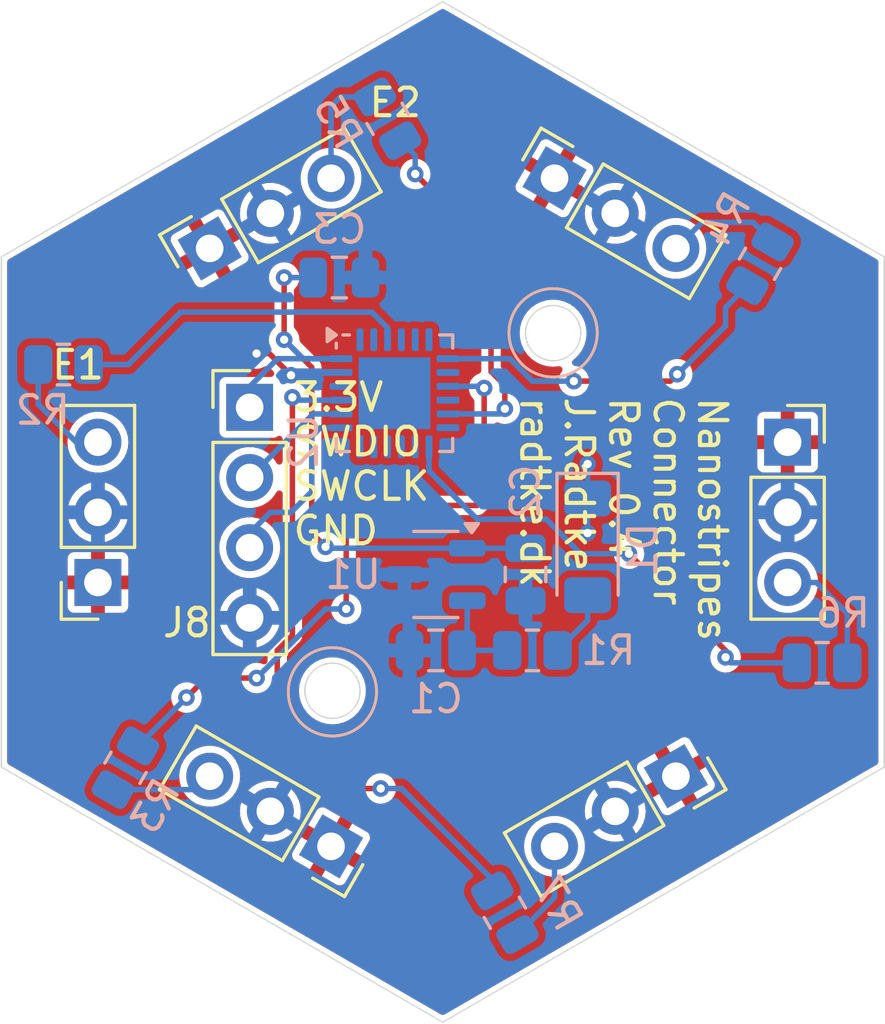
<source format=kicad_pcb>
(kicad_pcb (version 20240108) (generator "pcbnew") (generator_version "8.0")
  (layers (0 "F.Cu" signal) (31 "B.Cu" signal) (34 "B.Paste" user) (35 "F.Paste" user) (36 "B.SilkS" user "B.Silkscreen") (37 "F.SilkS" user "F.Silkscreen") (38 "B.Mask" user) (39 "F.Mask" user) (44 "Edge.Cuts" user))
  (net 0 "")
  (net 1 "GND")
  (net 2 "Net-(U1-IN)")
  (net 3 "+3.3V")
  (net 4 "+42V")
  (net 5 "Net-(D1-A)")
  (net 6 "/Controller/E1")
  (net 7 "/Controller/E2")
  (net 8 "/Controller/E3")
  (net 9 "/Controller/E4")
  (net 10 "/Controller/E5")
  (net 11 "/Controller/E6")
  (net 12 "SWCLK")
  (net 13 "SWDIO")
  (net 14 "Net-(U2-PA04)")
  (net 15 "Net-(U2-PA10)")
  (net 16 "Net-(U2-PA08{slash}XIN)")
  (net 17 "Net-(U2-PA14)")
  (net 18 "Net-(U2-PA16)")
  (net 19 "Net-(U2-PA24)")
  (footprint "Connector_PinHeader_2.54mm:PinHeader_1x04_P2.54mm_Vertical" (layer "F.Cu") (at 59 55.45)
    (property "Reference" "J8" (at -2.275 7.8 0) (layer "F.SilkS"))
    (property "Value" "Conn_01x04_Pin")
    (fp_line (start -1.33 -1.33) (end 0 -1.33) (stroke (width 0.12)) (layer "F.SilkS"))
    (fp_line (start -1.33 0) (end -1.33 -1.33) (stroke (width 0.12)) (layer "F.SilkS"))
    (fp_line (start -1.33 1.27) (end -1.33 8.95) (stroke (width 0.12)) (layer "F.SilkS"))
    (fp_line (start -1.33 1.27) (end 1.33 1.27) (stroke (width 0.12)) (layer "F.SilkS"))
    (fp_line (start -1.33 8.95) (end 1.33 8.95) (stroke (width 0.12)) (layer "F.SilkS"))
    (fp_line (start 1.33 1.27) (end 1.33 8.95) (stroke (width 0.12)) (layer "F.SilkS"))
    (pad "1" thru_hole rect (at 0 0) (size 1.7 1.7) (drill 1) (layers "*.Cu" "*.Mask") (net 3 "+3.3V"))
    (pad "2" thru_hole oval (at 0 2.54) (size 1.7 1.7) (drill 1) (layers "*.Cu" "*.Mask") (net 13 "SWDIO"))
    (pad "3" thru_hole oval (at 0 5.08) (size 1.7 1.7) (drill 1) (layers "*.Cu" "*.Mask") (net 12 "SWCLK"))
    (pad "4" thru_hole oval (at 0 7.62) (size 1.7 1.7) (drill 1) (layers "*.Cu" "*.Mask") (net 1 "GND"))
  )
  (footprint "Connector_PinSocket_2.54mm:PinSocket_1x03_P2.54mm_Vertical" (layer "F.Cu") (at 59.75 48.424682 120)
    (property "Reference" "J2" (hide yes))
    (property "Value" "Input_E2")
    (fp_line (start 1.33 -3.87) (end 1.33 -2.54) (stroke (width 0.12)) (layer "F.SilkS"))
    (fp_line (start 0 -3.87) (end 1.33 -3.87) (stroke (width 0.12)) (layer "F.SilkS"))
    (fp_line (start 1.33 -1.27) (end 1.33 3.87) (stroke (width 0.12)) (layer "F.SilkS"))
    (fp_line (start -1.33 -1.27) (end 1.33 -1.27) (stroke (width 0.12)) (layer "F.SilkS"))
    (fp_line (start -1.33 -1.27) (end -1.33 3.87) (stroke (width 0.12)) (layer "F.SilkS"))
    (fp_line (start -1.33 3.87) (end 1.33 3.87) (stroke (width 0.12)) (layer "F.SilkS"))
    (pad "1" thru_hole rect (at 0 -2.54 120) (size 1.7 1.7) (drill 1) (layers "*.Cu" "*.Mask") (net 4 "+42V"))
    (pad "2" thru_hole oval (at 0 0 120) (size 1.7 1.7) (drill 1) (layers "*.Cu" "*.Mask") (net 1 "GND"))
    (pad "3" thru_hole oval (at 0 2.54 120) (size 1.7 1.7) (drill 1) (layers "*.Cu" "*.Mask") (net 7 "/Controller/E2"))
  )
  (footprint "Connector_PinSocket_2.54mm:PinSocket_1x03_P2.54mm_Vertical" (layer "F.Cu") (at 72.25 48.424682 60)
    (property "Reference" "J3" (hide yes))
    (property "Value" "Input_E3")
    (fp_line (start 0 -3.87) (end 1.33 -3.87) (stroke (width 0.12)) (layer "F.SilkS"))
    (fp_line (start 1.33 -3.87) (end 1.33 -2.540001) (stroke (width 0.12)) (layer "F.SilkS"))
    (fp_line (start -1.33 -1.27) (end 1.33 -1.27) (stroke (width 0.12)) (layer "F.SilkS"))
    (fp_line (start -1.33 -1.27) (end -1.33 3.87) (stroke (width 0.12)) (layer "F.SilkS"))
    (fp_line (start 1.33 -1.27) (end 1.33 3.87) (stroke (width 0.12)) (layer "F.SilkS"))
    (fp_line (start -1.33 3.87) (end 1.33 3.87) (stroke (width 0.12)) (layer "F.SilkS"))
    (pad "1" thru_hole rect (at 0 -2.54 60) (size 1.7 1.7) (drill 1) (layers "*.Cu" "*.Mask") (net 4 "+42V"))
    (pad "2" thru_hole oval (at 0 0 60) (size 1.7 1.7) (drill 1) (layers "*.Cu" "*.Mask") (net 1 "GND"))
    (pad "3" thru_hole oval (at 0 2.54 60) (size 1.7 1.7) (drill 1) (layers "*.Cu" "*.Mask") (net 8 "/Controller/E3"))
  )
  (footprint "Connector_PinSocket_2.54mm:PinSocket_1x03_P2.54mm_Vertical" (layer "F.Cu") (at 59.75 70.075318 -120)
    (property "Reference" "J5" (hide yes))
    (property "Value" "Input_E5")
    (fp_line (start -1.33 3.87) (end 1.33 3.87) (stroke (width 0.12)) (layer "F.SilkS"))
    (fp_line (start 1.33 -1.27) (end 1.33 3.87) (stroke (width 0.12)) (layer "F.SilkS"))
    (fp_line (start -1.33 -1.27) (end -1.33 3.87) (stroke (width 0.12)) (layer "F.SilkS"))
    (fp_line (start -1.33 -1.27) (end 1.33 -1.27) (stroke (width 0.12)) (layer "F.SilkS"))
    (fp_line (start 1.33 -3.87) (end 1.33 -2.540001) (stroke (width 0.12)) (layer "F.SilkS"))
    (fp_line (start 0 -3.87) (end 1.33 -3.87) (stroke (width 0.12)) (layer "F.SilkS"))
    (pad "1" thru_hole rect (at 0 -2.54 240) (size 1.7 1.7) (drill 1) (layers "*.Cu" "*.Mask") (net 4 "+42V"))
    (pad "2" thru_hole oval (at 0 0 240) (size 1.7 1.7) (drill 1) (layers "*.Cu" "*.Mask") (net 1 "GND"))
    (pad "3" thru_hole oval (at 0 2.54 240) (size 1.7 1.7) (drill 1) (layers "*.Cu" "*.Mask") (net 10 "/Controller/E5"))
  )
  (footprint "Connector_PinSocket_2.54mm:PinSocket_1x03_P2.54mm_Vertical" (layer "F.Cu") (at 53.5 59.25 180)
    (property "Reference" "J1" (hide yes))
    (property "Value" "Input_E1")
    (fp_line (start 1.33 -1.27) (end 1.33 3.87) (stroke (width 0.12)) (layer "F.SilkS"))
    (fp_line (start 1.33 -3.87) (end 1.33 -2.54) (stroke (width 0.12)) (layer "F.SilkS"))
    (fp_line (start 0 -3.87) (end 1.33 -3.87) (stroke (width 0.12)) (layer "F.SilkS"))
    (fp_line (start -1.33 3.87) (end 1.33 3.87) (stroke (width 0.12)) (layer "F.SilkS"))
    (fp_line (start -1.33 -1.27) (end 1.33 -1.27) (stroke (width 0.12)) (layer "F.SilkS"))
    (fp_line (start -1.33 -1.27) (end -1.33 3.87) (stroke (width 0.12)) (layer "F.SilkS"))
    (pad "1" thru_hole rect (at 0 -2.54 180) (size 1.7 1.7) (drill 1) (layers "*.Cu" "*.Mask") (net 4 "+42V"))
    (pad "2" thru_hole oval (at 0 0 180) (size 1.7 1.7) (drill 1) (layers "*.Cu" "*.Mask") (net 1 "GND"))
    (pad "3" thru_hole oval (at 0 2.54 180) (size 1.7 1.7) (drill 1) (layers "*.Cu" "*.Mask") (net 6 "/Controller/E1"))
  )
  (footprint "Connector_PinSocket_2.54mm:PinSocket_1x03_P2.54mm_Vertical" (layer "F.Cu") (at 72.25 70.075318 -60)
    (property "Reference" "J6" (hide yes))
    (property "Value" "Input_E6")
    (fp_line (start -1.33 3.87) (end 1.33 3.87) (stroke (width 0.12)) (layer "F.SilkS"))
    (fp_line (start -1.33 -1.27) (end -1.33 3.87) (stroke (width 0.12)) (layer "F.SilkS"))
    (fp_line (start -1.33 -1.27) (end 1.33 -1.27) (stroke (width 0.12)) (layer "F.SilkS"))
    (fp_line (start 1.33 -1.27) (end 1.33 3.87) (stroke (width 0.12)) (layer "F.SilkS"))
    (fp_line (start 0 -3.87) (end 1.33 -3.87) (stroke (width 0.12)) (layer "F.SilkS"))
    (fp_line (start 1.33 -3.87) (end 1.33 -2.54) (stroke (width 0.12)) (layer "F.SilkS"))
    (pad "1" thru_hole rect (at 0 -2.54 300) (size 1.7 1.7) (drill 1) (layers "*.Cu" "*.Mask") (net 4 "+42V"))
    (pad "2" thru_hole oval (at 0 0 300) (size 1.7 1.7) (drill 1) (layers "*.Cu" "*.Mask") (net 1 "GND"))
    (pad "3" thru_hole oval (at 0 2.54 300) (size 1.7 1.7) (drill 1) (layers "*.Cu" "*.Mask") (net 11 "/Controller/E6"))
  )
  (footprint "Connector_PinSocket_2.54mm:PinSocket_1x03_P2.54mm_Vertical" (layer "F.Cu") (at 78.5 59.25)
    (property "Reference" "J4" (hide yes))
    (property "Value" "Input_E4")
    (fp_line (start -1.33 -1.27) (end -1.33 3.87) (stroke (width 0.12)) (layer "F.SilkS"))
    (fp_line (start -1.33 -1.27) (end 1.33 -1.27) (stroke (width 0.12)) (layer "F.SilkS"))
    (fp_line (start -1.33 3.87) (end 1.33 3.87) (stroke (width 0.12)) (layer "F.SilkS"))
    (fp_line (start 0 -3.87) (end 1.33 -3.87) (stroke (width 0.12)) (layer "F.SilkS"))
    (fp_line (start 1.33 -3.87) (end 1.33 -2.54) (stroke (width 0.12)) (layer "F.SilkS"))
    (fp_line (start 1.33 -1.27) (end 1.33 3.87) (stroke (width 0.12)) (layer "F.SilkS"))
    (pad "1" thru_hole rect (at 0 -2.54) (size 1.7 1.7) (drill 1) (layers "*.Cu" "*.Mask") (net 4 "+42V"))
    (pad "2" thru_hole oval (at 0 0) (size 1.7 1.7) (drill 1) (layers "*.Cu" "*.Mask") (net 1 "GND"))
    (pad "3" thru_hole oval (at 0 2.54) (size 1.7 1.7) (drill 1) (layers "*.Cu" "*.Mask") (net 9 "/Controller/E4"))
  )
  (footprint "Resistor_SMD:R_0805_2012Metric" (layer "B.Cu") (at 54.5 68.5 -120)
    (property "Reference" "R3" (at 0.658495 -1.640544 60) (layer "B.SilkS") (effects (justify mirror)))
    (property "Value" "2.2k")
    (fp_line (start 0.227064 0.735) (end -0.227064 0.735) (stroke (width 0.12)) (layer "B.SilkS"))
    (fp_line (start 0.227064 -0.735) (end -0.227064 -0.735) (stroke (width 0.12)) (layer "B.SilkS"))
    (pad "1" smd roundrect (at -0.9125 0 240) (size 1.025 1.4) (layers "B.Cu" "B.Paste" "B.Mask") (roundrect_rratio 0.243902) (net 15 "Net-(U2-PA10)"))
    (pad "2" smd roundrect (at 0.9125 0 240) (size 1.025 1.4) (layers "B.Cu" "B.Paste" "B.Mask") (roundrect_rratio 0.243902) (net 10 "/Controller/E5"))
  )
  (footprint "Resistor_SMD:R_0805_2012Metric" (layer "B.Cu") (at 52.25 53.9 180)
    (property "Reference" "R2" (at 0.75 -1.65 0) (layer "B.SilkS") (effects (justify mirror)))
    (property "Value" "2.2k")
    (fp_line (start 0.227064 0.735) (end -0.227064 0.735) (stroke (width 0.12)) (layer "B.SilkS"))
    (fp_line (start 0.227064 -0.735) (end -0.227064 -0.735) (stroke (width 0.12)) (layer "B.SilkS"))
    (pad "1" smd roundrect (at -0.9125 0 180) (size 1.025 1.4) (layers "B.Cu" "B.Paste" "B.Mask") (roundrect_rratio 0.243902) (net 14 "Net-(U2-PA04)"))
    (pad "2" smd roundrect (at 0.9125 0 180) (size 1.025 1.4) (layers "B.Cu" "B.Paste" "B.Mask") (roundrect_rratio 0.243902) (net 6 "/Controller/E1"))
  )
  (footprint "Resistor_SMD:R_0805_2012Metric" (layer "B.Cu") (at 64 45 120)
    (property "Reference" "R5" (at 0.799038 -1.616025 120) (layer "B.SilkS") (effects (justify mirror)))
    (property "Value" "2.2k")
    (fp_line (start 0.227064 -0.735) (end -0.227064 -0.735) (stroke (width 0.12)) (layer "B.SilkS"))
    (fp_line (start 0.227064 0.735) (end -0.227064 0.735) (stroke (width 0.12)) (layer "B.SilkS"))
    (pad "1" smd roundrect (at -0.9125 0 120) (size 1.025 1.4) (layers "B.Cu" "B.Paste" "B.Mask") (roundrect_rratio 0.243902) (net 17 "Net-(U2-PA14)"))
    (pad "2" smd roundrect (at 0.9125 0 120) (size 1.025 1.4) (layers "B.Cu" "B.Paste" "B.Mask") (roundrect_rratio 0.243902) (net 7 "/Controller/E2"))
  )
  (footprint "Capacitor_SMD:C_0805_2012Metric" (layer "B.Cu") (at 69 61.5 -90)
    (property "Reference" "C2" (at -3 0 90) (layer "B.SilkS") (effects (justify mirror)))
    (property "Value" "0,47u")
    (fp_line (start 0.261252 0.735) (end -0.261252 0.735) (stroke (width 0.12)) (layer "B.SilkS"))
    (fp_line (start 0.261252 -0.735) (end -0.261252 -0.735) (stroke (width 0.12)) (layer "B.SilkS"))
    (pad "1" smd roundrect (at -0.95 0 270) (size 1 1.45) (layers "B.Cu" "B.Paste" "B.Mask") (net 3 "+3.3V"))
    (pad "2" smd roundrect (at 0.95 0 270) (size 1 1.45) (layers "B.Cu" "B.Paste" "B.Mask") (net 1 "GND"))
  )
  (footprint "Resistor_SMD:R_0805_2012Metric" (layer "B.Cu") (at 77.5 50.25 60)
    (property "Reference" "R4" (at 0.783494 -1.857051 60) (layer "B.SilkS") (effects (justify mirror)))
    (property "Value" "2.2k")
    (fp_line (start 0.227064 -0.735) (end -0.227064 -0.735) (stroke (width 0.12)) (layer "B.SilkS"))
    (fp_line (start 0.227064 0.735) (end -0.227064 0.735) (stroke (width 0.12)) (layer "B.SilkS"))
    (pad "1" smd roundrect (at -0.9125 0 60) (size 1.025 1.4) (layers "B.Cu" "B.Paste" "B.Mask") (roundrect_rratio 0.243902) (net 16 "Net-(U2-PA08{slash}XIN)"))
    (pad "2" smd roundrect (at 0.9125 0 60) (size 1.025 1.4) (layers "B.Cu" "B.Paste" "B.Mask") (roundrect_rratio 0.243902) (net 8 "/Controller/E3"))
  )
  (footprint "Diode_SMD:D_MiniMELF" (layer "B.Cu") (at 71.25 60.5 -90)
    (property "Reference" "D1" (at 0.1125 -2 90) (layer "B.SilkS") (effects (justify mirror)))
    (property "Value" "24V")
    (fp_line (start -2.66 1.11) (end 1.75 1.11) (stroke (width 0.12)) (layer "B.SilkS"))
    (fp_line (start -2.66 -1.11) (end -2.66 1.11) (stroke (width 0.12)) (layer "B.SilkS"))
    (fp_line (start 1.75 -1.11) (end -2.66 -1.11) (stroke (width 0.12)) (layer "B.SilkS"))
    (pad "1" smd roundrect (at -1.75 0 270) (size 1.3 1.7) (layers "B.Cu" "B.Paste" "B.Mask") (roundrect_rratio 0.1923076923) (net 4 "+42V"))
    (pad "2" smd roundrect (at 1.75 0 270) (size 1.3 1.7) (layers "B.Cu" "B.Paste" "B.Mask") (roundrect_rratio 0.1923076923) (net 5 "Net-(D1-A)"))
  )
  (footprint "Capacitor_SMD:C_0805_2012Metric" (layer "B.Cu") (at 65.75 64.25 180)
    (property "Reference" "C1" (at 0 -1.75 0) (layer "B.SilkS") (effects (justify mirror)))
    (property "Value" "1u")
    (fp_line (start 0.261252 0.735) (end -0.261252 0.735) (stroke (width 0.12)) (layer "B.SilkS"))
    (fp_line (start 0.261252 -0.735) (end -0.261252 -0.735) (stroke (width 0.12)) (layer "B.SilkS"))
    (pad "1" smd roundrect (at -0.95 0 180) (size 1 1.45) (layers "B.Cu" "B.Paste" "B.Mask") (net 2 "Net-(U1-IN)"))
    (pad "2" smd roundrect (at 0.95 0 180) (size 1 1.45) (layers "B.Cu" "B.Paste" "B.Mask") (net 1 "GND"))
  )
  (footprint "Resistor_SMD:R_0805_2012Metric" (layer "B.Cu") (at 68.25 73.75 -60)
    (property "Reference" "R7" (at 0.674038 -1.832532 120) (layer "B.SilkS") (effects (justify mirror)))
    (property "Value" "2.2k")
    (fp_line (start 0.227064 0.735) (end -0.227064 0.735) (stroke (width 0.12)) (layer "B.SilkS"))
    (fp_line (start 0.227064 -0.735) (end -0.227064 -0.735) (stroke (width 0.12)) (layer "B.SilkS"))
    (pad "1" smd roundrect (at -0.9125 0 300) (size 1.025 1.4) (layers "B.Cu" "B.Paste" "B.Mask") (roundrect_rratio 0.243902) (net 19 "Net-(U2-PA24)"))
    (pad "2" smd roundrect (at 0.9125 0 300) (size 1.025 1.4) (layers "B.Cu" "B.Paste" "B.Mask") (roundrect_rratio 0.243902) (net 11 "/Controller/E6"))
  )
  (footprint "Resistor_SMD:R_0805_2012Metric" (layer "B.Cu") (at 69.25 64.25 180)
    (property "Reference" "R1" (at -2.75 0 0) (layer "B.SilkS") (effects (justify mirror)))
    (property "Value" "120")
    (fp_line (start 0.227064 0.735) (end -0.227064 0.735) (stroke (width 0.12)) (layer "B.SilkS"))
    (fp_line (start 0.227064 -0.735) (end -0.227064 -0.735) (stroke (width 0.12)) (layer "B.SilkS"))
    (pad "1" smd roundrect (at -0.9125 0 180) (size 1.025 1.4) (layers "B.Cu" "B.Paste" "B.Mask") (roundrect_rratio 0.243902) (net 5 "Net-(D1-A)"))
    (pad "2" smd roundrect (at 0.9125 0 180) (size 1.025 1.4) (layers "B.Cu" "B.Paste" "B.Mask") (roundrect_rratio 0.243902) (net 2 "Net-(U1-IN)"))
  )
  (footprint "Package_DFN_QFN:QFN-24-1EP_4x4mm_P0.5mm_EP2.6x2.6mm" (layer "B.Cu") (at 64.25 54.9375 -90)
    (property "Reference" "U2" (at 1.75 3.3 90) (layer "B.SilkS") (effects (justify mirror)))
    (property "Value" "ATSAMD11D14A-M")
    (fp_line (start -1.81 2.11) (end -1.635 2.11) (stroke (width 0.12)) (layer "B.SilkS"))
    (fp_line (start 2.11 2.11) (end 1.635 2.11) (stroke (width 0.12)) (layer "B.SilkS"))
    (fp_line (start -2.11 1.87) (end -2.11 1.635) (stroke (width 0.12)) (layer "B.SilkS"))
    (fp_line (start 2.11 1.635) (end 2.11 2.11) (stroke (width 0.12)) (layer "B.SilkS"))
    (fp_line (start -2.11 -1.635) (end -2.11 -2.11) (stroke (width 0.12)) (layer "B.SilkS"))
    (fp_line (start 2.11 -1.635) (end 2.11 -2.11) (stroke (width 0.12)) (layer "B.SilkS"))
    (fp_line (start -2.11 -2.11) (end -1.635 -2.11) (stroke (width 0.12)) (layer "B.SilkS"))
    (fp_line (start 2.11 -2.11) (end 1.635 -2.11) (stroke (width 0.12)) (layer "B.SilkS"))
    (fp_poly (pts (xy -2.11 2.11) (xy -2.35 2.44) (xy -1.87 2.44) (xy -2.11 2.11)) (stroke (width 0.12)) (fill solid) (layer "B.SilkS"))
    (pad "1" smd roundrect (at -1.9375 1.25 270) (size 0.825 0.25) (layers "B.Cu" "B.Paste" "B.Mask"))
    (pad "2" smd roundrect (at -1.9375 0.75 270) (size 0.825 0.25) (layers "B.Cu" "B.Paste" "B.Mask"))
    (pad "3" smd roundrect (at -1.9375 0.25 270) (size 0.825 0.25) (layers "B.Cu" "B.Paste" "B.Mask") (net 14 "Net-(U2-PA04)"))
    (pad "4" smd roundrect (at -1.9375 -0.25 270) (size 0.825 0.25) (layers "B.Cu" "B.Paste" "B.Mask"))
    (pad "5" smd roundrect (at -1.9375 -0.75 270) (size 0.825 0.25) (layers "B.Cu" "B.Paste" "B.Mask"))
    (pad "6" smd roundrect (at -1.9375 -1.25 270) (size 0.825 0.25) (layers "B.Cu" "B.Paste" "B.Mask"))
    (pad "7" smd roundrect (at -1.25 -1.9375 270) (size 0.25 0.825) (layers "B.Cu" "B.Paste" "B.Mask") (net 16 "Net-(U2-PA08{slash}XIN)"))
    (pad "8" smd roundrect (at -0.75 -1.9375 270) (size 0.25 0.825) (layers "B.Cu" "B.Paste" "B.Mask"))
    (pad "9" smd roundrect (at -0.25 -1.9375 270) (size 0.25 0.825) (layers "B.Cu" "B.Paste" "B.Mask") (net 15 "Net-(U2-PA10)"))
    (pad "10" smd roundrect (at 0.25 -1.9375 270) (size 0.25 0.825) (layers "B.Cu" "B.Paste" "B.Mask"))
    (pad "11" smd roundrect (at 0.75 -1.9375 270) (size 0.25 0.825) (layers "B.Cu" "B.Paste" "B.Mask") (net 17 "Net-(U2-PA14)"))
    (pad "12" smd roundrect (at 1.25 -1.9375 270) (size 0.25 0.825) (layers "B.Cu" "B.Paste" "B.Mask"))
    (pad "13" smd roundrect (at 1.9375 -1.25 270) (size 0.825 0.25) (layers "B.Cu" "B.Paste" "B.Mask") (net 18 "Net-(U2-PA16)"))
    (pad "14" smd roundrect (at 1.9375 -0.75 270) (size 0.825 0.25) (layers "B.Cu" "B.Paste" "B.Mask"))
    (pad "15" smd roundrect (at 1.9375 -0.25 270) (size 0.825 0.25) (layers "B.Cu" "B.Paste" "B.Mask"))
    (pad "16" smd roundrect (at 1.9375 0.25 270) (size 0.825 0.25) (layers "B.Cu" "B.Paste" "B.Mask"))
    (pad "17" smd roundrect (at 1.9375 0.75 270) (size 0.825 0.25) (layers "B.Cu" "B.Paste" "B.Mask"))
    (pad "18" smd roundrect (at 1.9375 1.25 270) (size 0.825 0.25) (layers "B.Cu" "B.Paste" "B.Mask"))
    (pad "19" smd roundrect (at 1.25 1.9375 270) (size 0.25 0.825) (layers "B.Cu" "B.Paste" "B.Mask") (net 12 "SWCLK"))
    (pad "20" smd roundrect (at 0.75 1.9375 270) (size 0.25 0.825) (layers "B.Cu" "B.Paste" "B.Mask") (net 13 "SWDIO"))
    (pad "21" smd roundrect (at 0.25 1.9375 270) (size 0.25 0.825) (layers "B.Cu" "B.Paste" "B.Mask") (net 19 "Net-(U2-PA24)"))
    (pad "22" smd roundrect (at -0.25 1.9375 270) (size 0.25 0.825) (layers "B.Cu" "B.Paste" "B.Mask"))
    (pad "23" smd roundrect (at -0.75 1.9375 270) (size 0.25 0.825) (layers "B.Cu" "B.Paste" "B.Mask") (net 1 "GND"))
    (pad "24" smd roundrect (at -1.25 1.9375 270) (size 0.25 0.825) (layers "B.Cu" "B.Paste" "B.Mask") (net 3 "+3.3V"))
    (pad "25" smd rect (at 0 0 270) (size 2.6 2.6) (property pad_prop_heatsink) (layers "B.Cu" "B.Mask"))
  )
  (footprint "Resistor_SMD:R_0805_2012Metric" (layer "B.Cu") (at 79.75 64.7)
    (property "Reference" "R6" (at 0.75 -1.8 0) (layer "B.SilkS") (effects (justify mirror)))
    (property "Value" "2.2k")
    (fp_line (start 0.227064 -0.735) (end -0.227064 -0.735) (stroke (width 0.12)) (layer "B.SilkS"))
    (fp_line (start 0.227064 0.735) (end -0.227064 0.735) (stroke (width 0.12)) (layer "B.SilkS"))
    (pad "1" smd roundrect (at -0.9125 0) (size 1.025 1.4) (layers "B.Cu" "B.Paste" "B.Mask") (roundrect_rratio 0.243902) (net 18 "Net-(U2-PA16)"))
    (pad "2" smd roundrect (at 0.9125 0) (size 1.025 1.4) (layers "B.Cu" "B.Paste" "B.Mask") (roundrect_rratio 0.243902) (net 9 "/Controller/E4"))
  )
  (footprint "Package_TO_SOT_SMD:SOT-23-3" (layer "B.Cu") (at 65.75 61.5 180)
    (property "Reference" "U1" (at 3 0 0) (layer "B.SilkS") (effects (justify mirror)))
    (property "Value" "78L03")
    (fp_line (start 0.8 1.56) (end 0 1.56) (stroke (width 0.12)) (layer "B.SilkS"))
    (fp_line (start 0.8 -1.56) (end 0 -1.56) (stroke (width 0.12)) (layer "B.SilkS"))
    (fp_line (start -0.8 1.56) (end 0 1.56) (stroke (width 0.12)) (layer "B.SilkS"))
    (fp_line (start -0.8 -1.56) (end 0 -1.56) (stroke (width 0.12)) (layer "B.SilkS"))
    (fp_poly (pts (xy -1.3 1.51) (xy -1.54 1.84) (xy -1.06 1.84) (xy -1.3 1.51)) (stroke (width 0.12)) (fill solid) (layer "B.SilkS"))
    (pad "1" smd roundrect (at -1.1375 0.95 180) (size 1.325 0.6) (layers "B.Cu" "B.Paste" "B.Mask") (net 3 "+3.3V"))
    (pad "2" smd roundrect (at -1.1375 -0.95 180) (size 1.325 0.6) (layers "B.Cu" "B.Paste" "B.Mask") (net 2 "Net-(U1-IN)"))
    (pad "3" smd roundrect (at 1.1375 0 180) (size 1.325 0.6) (layers "B.Cu" "B.Paste" "B.Mask") (net 1 "GND"))
  )
  (footprint "Capacitor_SMD:C_0805_2012Metric" (layer "B.Cu") (at 62.25 50.75)
    (property "Reference" "C3" (at 0 -1.75 0) (layer "B.SilkS") (effects (justify mirror)))
    (property "Value" "100n")
    (fp_line (start 0.261252 -0.735) (end -0.261252 -0.735) (stroke (width 0.12)) (layer "B.SilkS"))
    (fp_line (start 0.261252 0.735) (end -0.261252 0.735) (stroke (width 0.12)) (layer "B.SilkS"))
    (pad "1" smd roundrect (at -0.95 0) (size 1 1.45) (layers "B.Cu" "B.Paste" "B.Mask") (net 3 "+3.3V"))
    (pad "2" smd roundrect (at 0.95 0) (size 1 1.45) (layers "B.Cu" "B.Paste" "B.Mask") (net 1 "GND"))
  )
  (gr_circle (center 62 65.75) (end 63.6 65.75) (stroke (width 0.1)) (fill none) (layer "B.SilkS"))
  (gr_circle (center 70 52.75) (end 71.6 52.75) (stroke (width 0.1)) (fill none) (layer "B.SilkS"))
  (gr_circle (center 70 52.75) (end 71.6 52.75) (stroke (width 0.1)) (fill none) (layer "F.SilkS"))
  (gr_circle (center 62 65.75) (end 63.6 65.75) (stroke (width 0.1)) (fill none) (layer "F.SilkS"))
  (gr_line (start 81.999639 50) (end 65.999819 40.7625) (stroke (width 0.05)) (layer "Edge.Cuts"))
  (gr_line (start 65.999819 40.7625) (end 50 50) (stroke (width 0.05)) (layer "Edge.Cuts"))
  (gr_line (start 65.999819 77.7125) (end 81.999639 68.475) (stroke (width 0.05)) (layer "Edge.Cuts"))
  (gr_line (start 50 50) (end 50 68.475) (stroke (width 0.05)) (layer "Edge.Cuts"))
  (gr_line (start 50 68.475) (end 65.999819 77.7125) (stroke (width 0.05)) (layer "Edge.Cuts"))
  (gr_line (start 81.999639 68.475) (end 81.999639 50) (stroke (width 0.05)) (layer "Edge.Cuts"))
  (gr_circle (center 62 65.7125) (end 63 65.7125) (stroke (width 0.05)) (fill none) (layer "Edge.Cuts"))
  (gr_circle (center 69.999639 52.7625) (end 70.999639 52.7625) (stroke (width 0.05)) (fill none) (layer "Edge.Cuts"))
  (gr_text "3.3V\nSWDIO\nSWCLK\nGND" (at 60.5 60.5 0) (layer "F.SilkS") (effects (font (size 1 1)) (justify left bottom)))
  (gr_text "Nanostripes \nConnector\nRev 0.4\nJ.Radtke\nradtke.dk" (at 68.75 55 270) (layer "F.SilkS") (effects (font (size 1 1)) (justify left bottom)))
  (gr_text "E2" (at 63.25 45 0) (layer "F.SilkS") (effects (font (size 1 1)) (justify left bottom)))
  (gr_text "E1" (at 51.75 54.5 0) (layer "F.SilkS") (effects (font (size 1 1)) (justify left bottom)))
  (segment (start 60.5 54.2875) (end 59.7125 53.5) (width 0.2) (layer "F.Cu") (net 1))
  (segment (start 59.7125 53.5) (end 59.25 53.5) (width 0.2) (layer "F.Cu") (net 1))
  (via (at 60.5 54.2875) (size 0.6) (drill 0.3) (layers "F.Cu" "B.Cu") (net 1))
  (via (at 59.25 53.5) (size 0.6) (drill 0.3) (layers "F.Cu" "B.Cu") (net 1))
  (segment (start 60.6 54.1875) (end 60.5 54.2875) (width 0.2) (layer "B.Cu") (net 1))
  (segment (start 62.3125 54.1875) (end 60.6 54.1875) (width 0.2) (layer "B.Cu") (net 1))
  (segment (start 66.8875 62.45) (end 66.8875 64.0625) (width 0.2) (layer "B.Cu") (net 2))
  (segment (start 66.8875 64.0625) (end 66.7 64.25) (width 0.2) (layer "B.Cu") (net 2))
  (segment (start 66.7 64.25) (end 68.3375 64.25) (width 0.2) (layer "B.Cu") (net 2))
  (segment (start 60.25 53) (end 60.25 50.75) (width 0.2) (layer "F.Cu") (net 3))
  (segment (start 61.25 60) (end 61.75 60.5) (width 0.2) (layer "F.Cu") (net 3))
  (segment (start 61.25 54) (end 61.25 60) (width 0.2) (layer "F.Cu") (net 3))
  (segment (start 60.25 53) (end 61.25 54) (width 0.2) (layer "F.Cu") (net 3))
  (via (at 60.25 53) (size 0.6) (drill 0.3) (layers "F.Cu" "B.Cu") (net 3))
  (via (at 60.25 50.75) (size 0.6) (drill 0.3) (layers "F.Cu" "B.Cu") (net 3))
  (via (at 61.75 60.5) (size 0.6) (drill 0.3) (layers "F.Cu" "B.Cu") (net 3))
  (segment (start 66.8875 60.55) (end 69 60.55) (width 0.2) (layer "B.Cu") (net 3))
  (segment (start 61.8 60.55) (end 66.8875 60.55) (width 0.2) (layer "B.Cu") (net 3))
  (segment (start 61.75 60.5) (end 61.8 60.55) (width 0.2) (layer "B.Cu") (net 3))
  (segment (start 60.25 50.75) (end 61.3 50.75) (width 0.2) (layer "B.Cu") (net 3))
  (segment (start 60.9375 53.6875) (end 60.25 53) (width 0.2) (layer "B.Cu") (net 3))
  (segment (start 60.0125 53.6875) (end 58.75 54.95) (width 0.2) (layer "B.Cu") (net 3))
  (segment (start 62.3125 53.6875) (end 60.0125 53.6875) (width 0.2) (layer "B.Cu") (net 3))
  (segment (start 62.3125 53.6875) (end 60.9375 53.6875) (width 0.2) (layer "B.Cu") (net 3))
  (via (at 71.25 57.5) (size 0.6) (drill 0.3) (layers "F.Cu" "B.Cu") (net 4))
  (via (at 71.25 60) (size 0.6) (drill 0.3) (layers "F.Cu" "B.Cu") (net 4))
  (segment (start 71.25 58.75) (end 71.25 60) (width 0.2) (layer "B.Cu") (net 4))
  (segment (start 71.25 58.75) (end 71.25 57.5) (width 0.2) (layer "B.Cu") (net 4))
  (segment (start 71.25 63.1625) (end 70.1625 64.25) (width 0.2) (layer "B.Cu") (net 5))
  (segment (start 71.25 62.25) (end 71.25 63.1625) (width 0.2) (layer "B.Cu") (net 5))
  (segment (start 52.71 56.71) (end 53.5 56.71) (width 0.2) (layer "B.Cu") (net 6))
  (segment (start 51.3375 53.9) (end 51.3375 55.3375) (width 0.2) (layer "B.Cu") (net 6))
  (segment (start 51.3375 55.3375) (end 52.71 56.71) (width 0.2) (layer "B.Cu") (net 6))
  (segment (start 63.54375 44.209752) (end 62.290248 44.209752) (width 0.2) (layer "B.Cu") (net 7))
  (segment (start 62.290248 44.209752) (end 61.949705 44.550295) (width 0.2) (layer "B.Cu") (net 7))
  (segment (start 61.949705 44.550295) (end 61.949705 47.154682) (width 0.2) (layer "B.Cu") (net 7))
  (segment (start 77.246498 48.75) (end 75.394387 48.75) (width 0.2) (layer "B.Cu") (net 8))
  (segment (start 77.95625 49.459752) (end 77.246498 48.75) (width 0.2) (layer "B.Cu") (net 8))
  (segment (start 75.394387 48.75) (end 74.449705 49.694682) (width 0.2) (layer "B.Cu") (net 8))
  (segment (start 80.6625 64.7) (end 80.6625 62.9125) (width 0.2) (layer "B.Cu") (net 9))
  (segment (start 80.6625 62.9125) (end 79.54 61.79) (width 0.2) (layer "B.Cu") (net 9))
  (segment (start 79.54 61.79) (end 78.5 61.79) (width 0.2) (layer "B.Cu") (net 9))
  (segment (start 57.065365 69.290248) (end 57.550295 68.805318) (width 0.2) (layer "F.Cu") (net 10))
  (segment (start 54.04375 69.290248) (end 57.065365 69.290248) (width 0.2) (layer "B.Cu") (net 10))
  (segment (start 57.065365 69.290248) (end 57.550295 68.805318) (width 0.2) (layer "B.Cu") (net 10))
  (segment (start 70.050295 73.196203) (end 70.050295 71.345318) (width 0.2) (layer "B.Cu") (net 11))
  (segment (start 68.70625 74.540248) (end 70.050295 73.196203) (width 0.2) (layer "B.Cu") (net 11))
  (segment (start 61.25 56.5) (end 61.25 58.5) (width 0.2) (layer "B.Cu") (net 12))
  (segment (start 59 60) (end 59 60.53) (width 0.2) (layer "B.Cu") (net 12))
  (segment (start 61.5625 56.1875) (end 61.25 56.5) (width 0.2) (layer "B.Cu") (net 12))
  (segment (start 61.25 58.5) (end 60.5 59.25) (width 0.2) (layer "B.Cu") (net 12))
  (segment (start 60.5 59.25) (end 59.75 59.25) (width 0.2) (layer "B.Cu") (net 12))
  (segment (start 59.75 59.25) (end 59 60) (width 0.2) (layer "B.Cu") (net 12))
  (segment (start 62.3125 56.1875) (end 61.5625 56.1875) (width 0.2) (layer "B.Cu") (net 12))
  (segment (start 59 57.99) (end 61.3025 55.6875) (width 0.2) (layer "B.Cu") (net 13))
  (segment (start 62.3125 55.6875) (end 61.75 55.6875) (width 0.2) (layer "B.Cu") (net 13))
  (segment (start 61.3025 55.6875) (end 61.75 55.6875) (width 0.2) (layer "B.Cu") (net 13))
  (segment (start 63.426886 52) (end 61.75 52) (width 0.2) (layer "B.Cu") (net 14))
  (segment (start 61.75 52) (end 56.5 52) (width 0.2) (layer "B.Cu") (net 14))
  (segment (start 64 53) (end 64 52.573114) (width 0.2) (layer "B.Cu") (net 14))
  (segment (start 54.6 53.9) (end 54.75 53.75) (width 0.2) (layer "B.Cu") (net 14))
  (segment (start 56.5 52) (end 54.75 53.75) (width 0.2) (layer "B.Cu") (net 14))
  (segment (start 64 52.573114) (end 63.426886 52) (width 0.2) (layer "B.Cu") (net 14))
  (segment (start 53.1625 53.9) (end 54.6 53.9) (width 0.2) (layer "B.Cu") (net 14))
  (segment (start 59.25 65.25) (end 57.416002 65.25) (width 0.2) (layer "F.Cu") (net 15))
  (segment (start 67.5 54.75) (end 67.5 58.75) (width 0.2) (layer "F.Cu") (net 15))
  (segment (start 67.25 59) (end 63.25 59) (width 0.2) (layer "F.Cu") (net 15))
  (segment (start 62.5 62.75) (end 62.5 59.75) (width 0.2) (layer "F.Cu") (net 15))
  (segment (start 62.5 59.75) (end 63.25 59) (width 0.2) (layer "F.Cu") (net 15))
  (segment (start 57.416002 65.25) (end 56.708001 65.958001) (width 0.2) (layer "F.Cu") (net 15))
  (segment (start 67.5 58.75) (end 67.25 59) (width 0.2) (layer "F.Cu") (net 15))
  (via (at 59.25 65.25) (size 0.6) (drill 0.3) (layers "F.Cu" "B.Cu") (net 15))
  (via (at 62.5 62.75) (size 0.6) (drill 0.3) (layers "F.Cu" "B.Cu") (net 15))
  (via (at 67.5 54.75) (size 0.6) (drill 0.3) (layers "F.Cu" "B.Cu") (net 15))
  (via (at 56.708001 65.958001) (size 0.6) (drill 0.3) (layers "F.Cu" "B.Cu") (net 15))
  (segment (start 56.708001 65.958001) (end 56.333001 66.333001) (width 0.2) (layer "B.Cu") (net 15))
  (segment (start 66.1875 54.6875) (end 67.4375 54.6875) (width 0.2) (layer "B.Cu") (net 15))
  (segment (start 59.25 65.25) (end 61.75 62.75) (width 0.2) (layer "B.Cu") (net 15))
  (segment (start 54.95625 67.709752) (end 56.333001 66.333001) (width 0.2) (layer "B.Cu") (net 15))
  (segment (start 61.75 62.75) (end 62.5 62.75) (width 0.2) (layer "B.Cu") (net 15))
  (segment (start 67.4375 54.6875) (end 67.5 54.75) (width 0.2) (layer "B.Cu") (net 15))
  (segment (start 70.75 54.5) (end 74.25 54.5) (width 0.2) (layer "F.Cu") (net 16))
  (segment (start 74.25 54.5) (end 74.5 54.25) (width 0.2) (layer "F.Cu") (net 16))
  (via (at 74.5 54.25) (size 0.6) (drill 0.3) (layers "F.Cu" "B.Cu") (net 16))
  (via (at 70.75 54.5) (size 0.6) (drill 0.3) (layers "F.Cu" "B.Cu") (net 16))
  (segment (start 69.25 54.5) (end 68.4375 53.6875) (width 0.2) (layer "B.Cu") (net 16))
  (segment (start 76.25 51.833998) (end 77.04375 51.040248) (width 0.2) (layer "B.Cu") (net 16))
  (segment (start 68.4375 53.6875) (end 66.1875 53.6875) (width 0.2) (layer "B.Cu") (net 16))
  (segment (start 76.25 52.5) (end 76.25 51.833998) (width 0.2) (layer "B.Cu") (net 16))
  (segment (start 74.5 54.25) (end 76.25 52.5) (width 0.2) (layer "B.Cu") (net 16))
  (segment (start 70.75 54.5) (end 69.25 54.5) (width 0.2) (layer "B.Cu") (net 16))
  (segment (start 67.75 49.75) (end 65 47) (width 0.2) (layer "F.Cu") (net 17))
  (segment (start 67.75 54.151471) (end 67.75 49.75) (width 0.2) (layer "F.Cu") (net 17))
  (segment (start 68.25 54.651471) (end 67.75 54.151471) (width 0.2) (layer "F.Cu") (net 17))
  (segment (start 68.25 55.5) (end 68.25 54.651471) (width 0.2) (layer "F.Cu") (net 17))
  (via (at 68.25 55.5) (size 0.6) (drill 0.3) (layers "F.Cu" "B.Cu") (net 17))
  (via (at 65 47) (size 0.6) (drill 0.3) (layers "F.Cu" "B.Cu") (net 17))
  (segment (start 66.1875 55.6875) (end 68.0625 55.6875) (width 0.2) (layer "B.Cu") (net 17))
  (segment (start 68.0625 55.6875) (end 68.25 55.5) (width 0.2) (layer "B.Cu") (net 17))
  (segment (start 65 46.333998) (end 64.45625 45.790248) (width 0.2) (layer "B.Cu") (net 17))
  (segment (start 65 47) (end 65 46.333998) (width 0.2) (layer "B.Cu") (net 17))
  (segment (start 72.75 60.75) (end 76.25 64.25) (width 0.2) (layer "F.Cu") (net 18))
  (segment (start 76.25 64.25) (end 76.25 64.5) (width 0.2) (layer "F.Cu") (net 18))
  (via (at 72.75 60.75) (size 0.6) (drill 0.3) (layers "F.Cu" "B.Cu") (net 18))
  (via (at 76.25 64.5) (size 0.6) (drill 0.3) (layers "F.Cu" "B.Cu") (net 18))
  (segment (start 65.5 56.875) (end 65.5 57.75) (width 0.2) (layer "B.Cu") (net 18))
  (segment (start 72.5 60.75) (end 72.75 60.75) (width 0.2) (layer "B.Cu") (net 18))
  (segment (start 76.45 64.7) (end 78.8375 64.7) (width 0.2) (layer "B.Cu") (net 18))
  (segment (start 67.25 59.5) (end 69.75 59.5) (width 0.2) (layer "B.Cu") (net 18))
  (segment (start 71 60.75) (end 72.5 60.75) (width 0.2) (layer "B.Cu") (net 18))
  (segment (start 76.25 64.5) (end 76.45 64.7) (width 0.2) (layer "B.Cu") (net 18))
  (segment (start 69.75 59.5) (end 71 60.75) (width 0.2) (layer "B.Cu") (net 18))
  (segment (start 65.5 57.75) (end 67.25 59.5) (width 0.2) (layer "B.Cu") (net 18))
  (segment (start 60.549144 63.700856) (end 60.549144 55.0875) (width 0.2) (layer "F.Cu") (net 19))
  (segment (start 60 66.5) (end 60 64.25) (width 0.2) (layer "F.Cu") (net 19))
  (segment (start 62.75 69.25) (end 60 66.5) (width 0.2) (layer "F.Cu") (net 19))
  (segment (start 60 64.25) (end 60.549144 63.700856) (width 0.2) (layer "F.Cu") (net 19))
  (segment (start 63.75 69.25) (end 62.75 69.25) (width 0.2) (layer "F.Cu") (net 19))
  (via (at 60.549144 55.0875) (size 0.6) (drill 0.3) (layers "F.Cu" "B.Cu") (net 19))
  (via (at 63.75 69.25) (size 0.6) (drill 0.3) (layers "F.Cu" "B.Cu") (net 19))
  (segment (start 64.5 69.25) (end 67.79375 72.54375) (width 0.2) (layer "B.Cu") (net 19))
  (segment (start 62.3125 55.1875) (end 60.649144 55.1875) (width 0.2) (layer "B.Cu") (net 19))
  (segment (start 60.649144 55.1875) (end 60.549144 55.0875) (width 0.2) (layer "B.Cu") (net 19))
  (segment (start 63.75 69.25) (end 64.5 69.25) (width 0.2) (layer "B.Cu") (net 19))
  (segment (start 67.79375 72.54375) (end 67.79375 72.959752) (width 0.2) (layer "B.Cu") (net 19))
  (zone (net 4) (net_name "+42V") (layer "F.Cu") (connect_pads (clearance 0.25)) (min_thickness 0.25) (fill yes (thermal_gap 0.25) (thermal_bridge_width 0.5))
    (polygon (pts (xy 50 40.75) (xy 82 40.75) (xy 82 77.5) (xy 50 77.5)))
  )
  (zone (net 1) (net_name "GND") (layer "B.Cu") (priority 1) (connect_pads (clearance 0.25)) (min_thickness 0.25) (fill yes (thermal_gap 0.25) (thermal_bridge_width 0.5))
    (polygon (pts (xy 50 40.75) (xy 82 40.75) (xy 82 77.5) (xy 50 77.5)))
  )
)
</source>
